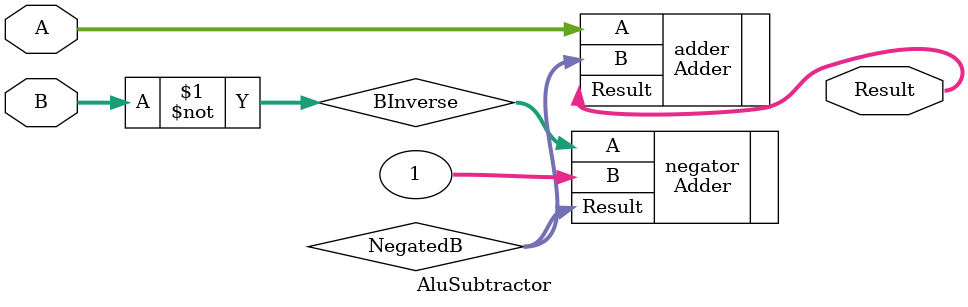
<source format=v>
`timescale 1ns / 1ps


module AluSubtractor(
    input[31:0] A,
    input[31:0] B,
    output[31:0] Result
    );
    // A - B
    wire[31:0] BInverse = ~B;
    wire[31:0] NegatedB;
    Adder negator(
        .A(BInverse),
        .B(1),
        .Result(NegatedB)
    );
    Adder adder(
        .A(A),
        .B(NegatedB),
        .Result(Result)
    );
endmodule

</source>
